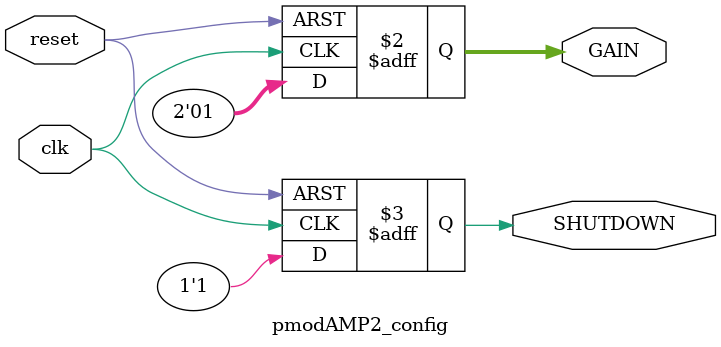
<source format=sv>
module pmodAMP2_config (
    input logic clk,         // Zegar systemowy
    input logic reset,       // Reset systemu
    output logic [1:0] GAIN, // 2-bitowe wyjście dla ustawienia wzmocnienia
    output logic SHUTDOWN    // Wyjście kontrolujące tryb shutdown
);

always_ff @(posedge clk or posedge reset) begin
    if (reset) begin
        GAIN <= 2'b00;       // Resetowanie wartości GAIN
        SHUTDOWN <= 1'b0;    // Resetowanie wartości SHUTDOWN
    end else begin
        GAIN <= 2'b01;       // Ustawienie wzmocnienia na 1
        SHUTDOWN <= 1'b1;    // Ustawienie SHUTDOWN na 1 (aktywny)
    end
end

endmodule
</source>
